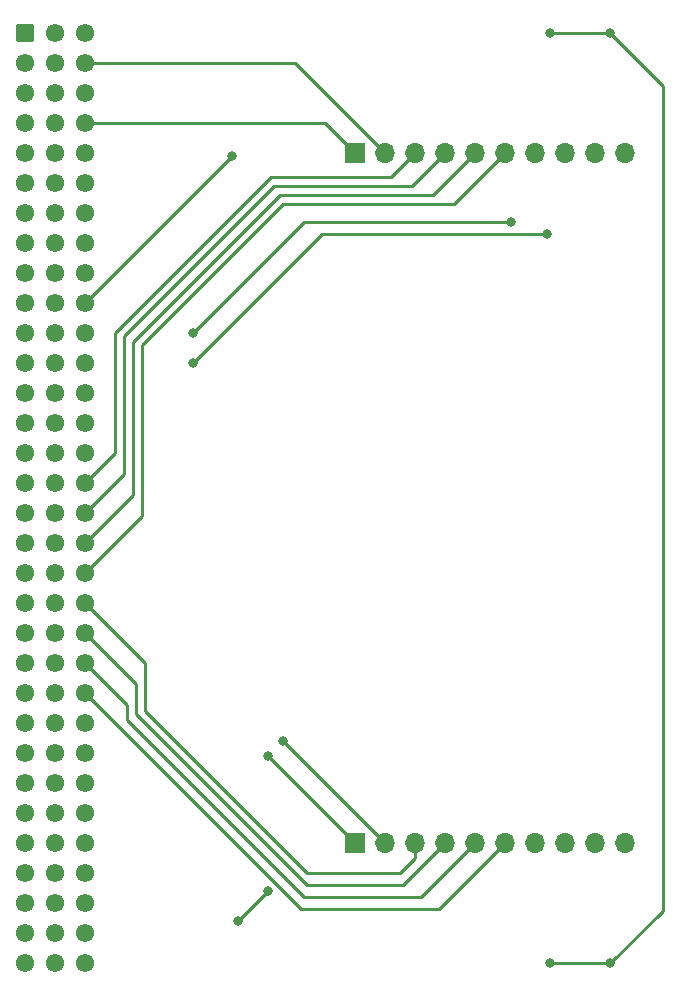
<source format=gbl>
G04 #@! TF.GenerationSoftware,KiCad,Pcbnew,(6.0.2)*
G04 #@! TF.CreationDate,2022-03-23T23:40:57-07:00*
G04 #@! TF.ProjectId,test_rope,74657374-5f72-46f7-9065-2e6b69636164,rev?*
G04 #@! TF.SameCoordinates,Original*
G04 #@! TF.FileFunction,Copper,L2,Bot*
G04 #@! TF.FilePolarity,Positive*
%FSLAX46Y46*%
G04 Gerber Fmt 4.6, Leading zero omitted, Abs format (unit mm)*
G04 Created by KiCad (PCBNEW (6.0.2)) date 2022-03-23 23:40:57*
%MOMM*%
%LPD*%
G01*
G04 APERTURE LIST*
G04 Aperture macros list*
%AMRoundRect*
0 Rectangle with rounded corners*
0 $1 Rounding radius*
0 $2 $3 $4 $5 $6 $7 $8 $9 X,Y pos of 4 corners*
0 Add a 4 corners polygon primitive as box body*
4,1,4,$2,$3,$4,$5,$6,$7,$8,$9,$2,$3,0*
0 Add four circle primitives for the rounded corners*
1,1,$1+$1,$2,$3*
1,1,$1+$1,$4,$5*
1,1,$1+$1,$6,$7*
1,1,$1+$1,$8,$9*
0 Add four rect primitives between the rounded corners*
20,1,$1+$1,$2,$3,$4,$5,0*
20,1,$1+$1,$4,$5,$6,$7,0*
20,1,$1+$1,$6,$7,$8,$9,0*
20,1,$1+$1,$8,$9,$2,$3,0*%
G04 Aperture macros list end*
G04 #@! TA.AperFunction,ComponentPad*
%ADD10R,1.700000X1.700000*%
G04 #@! TD*
G04 #@! TA.AperFunction,ComponentPad*
%ADD11O,1.700000X1.700000*%
G04 #@! TD*
G04 #@! TA.AperFunction,ComponentPad*
%ADD12RoundRect,0.249999X-0.525001X-0.525001X0.525001X-0.525001X0.525001X0.525001X-0.525001X0.525001X0*%
G04 #@! TD*
G04 #@! TA.AperFunction,ComponentPad*
%ADD13C,1.550000*%
G04 #@! TD*
G04 #@! TA.AperFunction,ViaPad*
%ADD14C,0.800000*%
G04 #@! TD*
G04 #@! TA.AperFunction,Conductor*
%ADD15C,0.254000*%
G04 #@! TD*
G04 APERTURE END LIST*
D10*
X134620000Y-116840000D03*
D11*
X137160000Y-116840000D03*
X139700000Y-116840000D03*
X142240000Y-116840000D03*
X144780000Y-116840000D03*
X147320000Y-116840000D03*
X149860000Y-116840000D03*
X152400000Y-116840000D03*
X154940000Y-116840000D03*
X157480000Y-116840000D03*
D12*
X106680000Y-48260000D03*
D13*
X106680000Y-50800000D03*
X106680000Y-53340000D03*
X106680000Y-55880000D03*
X106680000Y-58420000D03*
X106680000Y-60960000D03*
X106680000Y-63500000D03*
X106680000Y-66040000D03*
X106680000Y-68580000D03*
X106680000Y-71120000D03*
X106680000Y-73660000D03*
X106680000Y-76200000D03*
X106680000Y-78740000D03*
X106680000Y-81280000D03*
X106680000Y-83820000D03*
X106680000Y-86360000D03*
X106680000Y-88900000D03*
X106680000Y-91440000D03*
X106680000Y-93980000D03*
X106680000Y-96520000D03*
X106680000Y-99060000D03*
X106680000Y-101600000D03*
X106680000Y-104140000D03*
X106680000Y-106680000D03*
X106680000Y-109220000D03*
X106680000Y-111760000D03*
X106680000Y-114300000D03*
X106680000Y-116840000D03*
X106680000Y-119380000D03*
X106680000Y-121920000D03*
X106680000Y-124460000D03*
X106680000Y-127000000D03*
X109220000Y-48260000D03*
X109220000Y-50800000D03*
X109220000Y-53340000D03*
X109220000Y-55880000D03*
X109220000Y-58420000D03*
X109220000Y-60960000D03*
X109220000Y-63500000D03*
X109220000Y-66040000D03*
X109220000Y-68580000D03*
X109220000Y-71120000D03*
X109220000Y-73660000D03*
X109220000Y-76200000D03*
X109220000Y-78740000D03*
X109220000Y-81280000D03*
X109220000Y-83820000D03*
X109220000Y-86360000D03*
X109220000Y-88900000D03*
X109220000Y-91440000D03*
X109220000Y-93980000D03*
X109220000Y-96520000D03*
X109220000Y-99060000D03*
X109220000Y-101600000D03*
X109220000Y-104140000D03*
X109220000Y-106680000D03*
X109220000Y-109220000D03*
X109220000Y-111760000D03*
X109220000Y-114300000D03*
X109220000Y-116840000D03*
X109220000Y-119380000D03*
X109220000Y-121920000D03*
X109220000Y-124460000D03*
X109220000Y-127000000D03*
X111760000Y-48260000D03*
X111760000Y-50800000D03*
X111760000Y-53340000D03*
X111760000Y-55880000D03*
X111760000Y-58420000D03*
X111760000Y-60960000D03*
X111760000Y-63500000D03*
X111760000Y-66040000D03*
X111760000Y-68580000D03*
X111760000Y-71120000D03*
X111760000Y-73660000D03*
X111760000Y-76200000D03*
X111760000Y-78740000D03*
X111760000Y-81280000D03*
X111760000Y-83820000D03*
X111760000Y-86360000D03*
X111760000Y-88900000D03*
X111760000Y-91440000D03*
X111760000Y-93980000D03*
X111760000Y-96520000D03*
X111760000Y-99060000D03*
X111760000Y-101600000D03*
X111760000Y-104140000D03*
X111760000Y-106680000D03*
X111760000Y-109220000D03*
X111760000Y-111760000D03*
X111760000Y-114300000D03*
X111760000Y-116840000D03*
X111760000Y-119380000D03*
X111760000Y-121920000D03*
X111760000Y-124460000D03*
X111760000Y-127000000D03*
D11*
X157480000Y-58420000D03*
X154940000Y-58420000D03*
X152400000Y-58420000D03*
X149860000Y-58420000D03*
X147320000Y-58420000D03*
X144780000Y-58420000D03*
X142240000Y-58420000D03*
X139700000Y-58420000D03*
X137160000Y-58420000D03*
D10*
X134620000Y-58420000D03*
D14*
X124206000Y-58674000D03*
X128524000Y-108204000D03*
X127254000Y-109474000D03*
X147828000Y-64262000D03*
X150876000Y-65278000D03*
X120904000Y-73660000D03*
X120904000Y-76200000D03*
X127254000Y-120904000D03*
X124714000Y-123444000D03*
X156210000Y-127000000D03*
X151130000Y-127000000D03*
X151130000Y-48260000D03*
X156210000Y-48260000D03*
D15*
X111760000Y-71120000D02*
X124206000Y-58674000D01*
X128524000Y-108204000D02*
X137160000Y-116840000D01*
X127254000Y-109474000D02*
X134620000Y-116840000D01*
X133350000Y-64262000D02*
X147828000Y-64262000D01*
X120904000Y-73660000D02*
X130302000Y-64262000D01*
X130302000Y-64262000D02*
X133350000Y-64262000D01*
X131826000Y-65278000D02*
X150876000Y-65278000D01*
X120904000Y-76200000D02*
X131826000Y-65278000D01*
X124714000Y-123444000D02*
X127254000Y-120904000D01*
X111760000Y-96520000D02*
X116840000Y-101600000D01*
X116840000Y-101600000D02*
X116840000Y-105664000D01*
X111760000Y-50800000D02*
X129540000Y-50800000D01*
X129540000Y-50800000D02*
X137160000Y-58420000D01*
X111760000Y-55880000D02*
X132080000Y-55880000D01*
X132080000Y-55880000D02*
X134620000Y-58420000D01*
X111760000Y-104140000D02*
X130048000Y-122428000D01*
X130048000Y-122428000D02*
X141732000Y-122428000D01*
X141732000Y-122428000D02*
X147320000Y-116840000D01*
X111760000Y-101600000D02*
X115316000Y-105156000D01*
X115316000Y-105156000D02*
X115316000Y-106426000D01*
X140208000Y-121412000D02*
X144780000Y-116840000D01*
X115316000Y-106426000D02*
X130302000Y-121412000D01*
X130302000Y-121412000D02*
X140208000Y-121412000D01*
X111760000Y-99060000D02*
X116078000Y-103378000D01*
X116078000Y-103378000D02*
X116078000Y-105918000D01*
X116078000Y-105918000D02*
X130556000Y-120396000D01*
X130556000Y-120396000D02*
X138684000Y-120396000D01*
X138684000Y-120396000D02*
X142240000Y-116840000D01*
X130556000Y-119380000D02*
X138430000Y-119380000D01*
X116840000Y-105664000D02*
X130556000Y-119380000D01*
X138430000Y-119380000D02*
X139700000Y-118110000D01*
X139700000Y-118110000D02*
X139700000Y-116840000D01*
X111760000Y-93980000D02*
X116586000Y-89154000D01*
X116586000Y-89154000D02*
X116586000Y-74676000D01*
X116586000Y-74676000D02*
X128524000Y-62738000D01*
X128524000Y-62738000D02*
X143002000Y-62738000D01*
X143002000Y-62738000D02*
X147320000Y-58420000D01*
X111760000Y-91440000D02*
X115824000Y-87376000D01*
X115824000Y-87376000D02*
X115824000Y-74422000D01*
X141224000Y-61976000D02*
X144780000Y-58420000D01*
X115824000Y-74422000D02*
X128270000Y-61976000D01*
X128270000Y-61976000D02*
X141224000Y-61976000D01*
X111760000Y-88900000D02*
X115062000Y-85598000D01*
X115062000Y-85598000D02*
X115062000Y-73914000D01*
X115062000Y-73914000D02*
X127762000Y-61214000D01*
X127762000Y-61214000D02*
X139446000Y-61214000D01*
X139446000Y-61214000D02*
X142240000Y-58420000D01*
X111760000Y-86360000D02*
X114300000Y-83820000D01*
X137668000Y-60452000D02*
X139700000Y-58420000D01*
X114300000Y-83820000D02*
X114300000Y-73660000D01*
X114300000Y-73660000D02*
X127508000Y-60452000D01*
X127508000Y-60452000D02*
X137668000Y-60452000D01*
X156210000Y-48260000D02*
X151130000Y-48260000D01*
X156210000Y-127000000D02*
X160655000Y-122555000D01*
X160655000Y-122555000D02*
X160655000Y-52705000D01*
X160655000Y-52705000D02*
X156210000Y-48260000D01*
X151130000Y-127000000D02*
X156210000Y-127000000D01*
M02*

</source>
